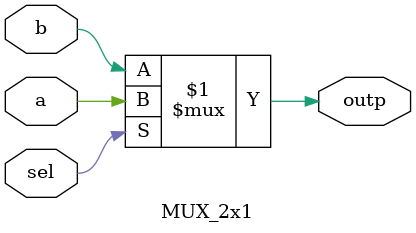
<source format=v>
module MUX_2x1(a,b,sel,outp);
input a,b,sel;
output outp;
assign outp=sel?a:b;
endmodule
</source>
